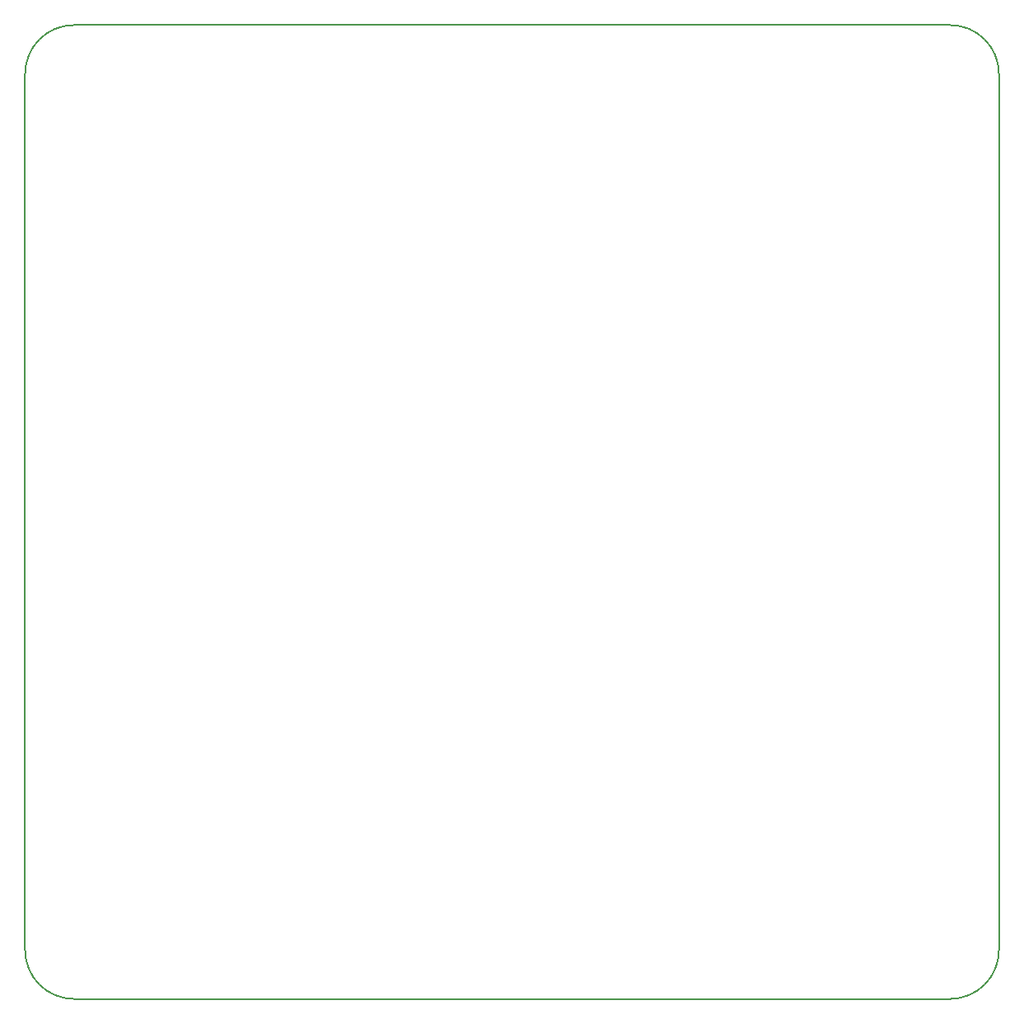
<source format=gm1>
G04 #@! TF.GenerationSoftware,KiCad,Pcbnew,6.0.0-rc1-unknown-7b10490~66~ubuntu16.04.1*
G04 #@! TF.CreationDate,2018-10-31T23:07:41+01:00*
G04 #@! TF.ProjectId,exhaust_control,65786861-7573-4745-9f63-6f6e74726f6c,rev?*
G04 #@! TF.SameCoordinates,Original*
G04 #@! TF.FileFunction,Profile,NP*
%FSLAX46Y46*%
G04 Gerber Fmt 4.6, Leading zero omitted, Abs format (unit mm)*
G04 Created by KiCad (PCBNEW 6.0.0-rc1-unknown-7b10490~66~ubuntu16.04.1) date Wed 31 Oct 2018 23:07:41 CET*
%MOMM*%
%LPD*%
G01*
G04 APERTURE LIST*
%ADD10C,0.150000*%
G04 APERTURE END LIST*
D10*
X5000000Y-100000000D02*
G75*
G02X0Y-95000000I0J5000000D01*
G01*
X100000000Y-95000000D02*
G75*
G02X95000000Y-100000000I-5000000J0D01*
G01*
X95000000Y0D02*
G75*
G02X100000000Y-5000000I0J-5000000D01*
G01*
X0Y-5000000D02*
G75*
G02X5000000Y0I5000000J0D01*
G01*
X0Y-95000000D02*
X0Y-5000000D01*
X95000000Y-100000000D02*
X5000000Y-100000000D01*
X100000000Y-5000000D02*
X100000000Y-95000000D01*
X5000000Y0D02*
X95000000Y0D01*
M02*

</source>
